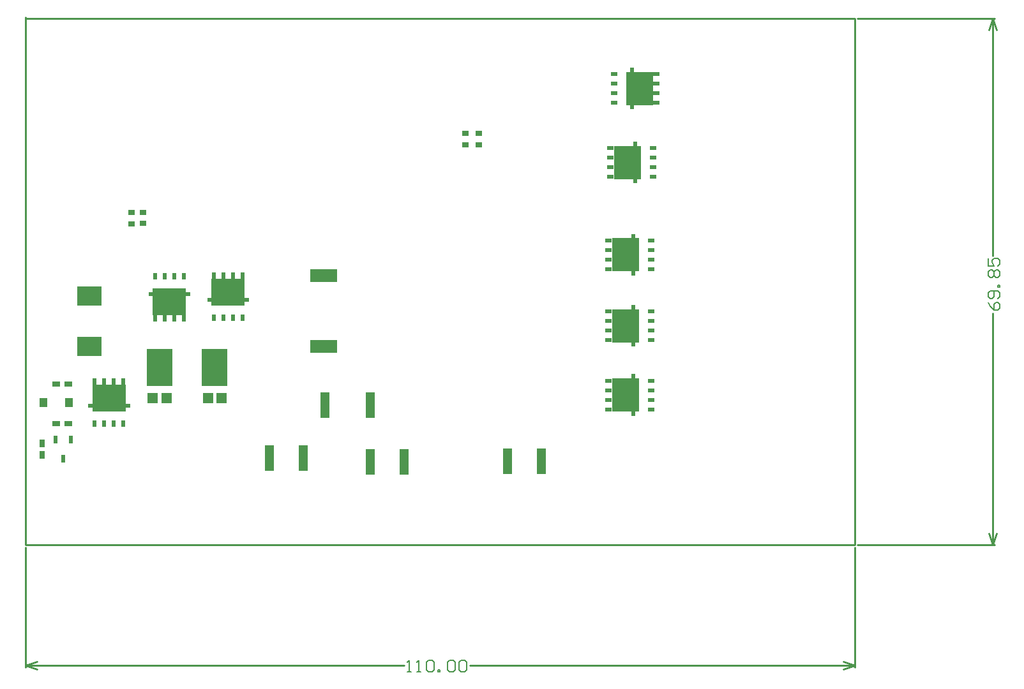
<source format=gbp>
%FSLAX25Y25*%
%MOIN*%
G70*
G01*
G75*
G04 Layer_Color=128*
%ADD10C,0.01000*%
%ADD11C,0.00800*%
%ADD12C,0.02000*%
%ADD13C,0.01500*%
%ADD14R,0.07874X0.09843*%
%ADD15R,0.03937X0.02362*%
%ADD16R,0.02756X0.03347*%
%ADD17R,0.03347X0.02756*%
%ADD18R,0.02362X0.03937*%
%ADD19R,0.09843X0.07874*%
%ADD20R,0.03150X0.03000*%
%ADD21R,0.01102X0.02618*%
%ADD22R,0.02618X0.01102*%
%ADD23R,0.08425X0.08425*%
%ADD24R,0.05118X0.03937*%
%ADD25R,0.07087X0.03937*%
%ADD26R,0.13780X0.04724*%
%ADD27R,0.10630X0.03937*%
%ADD28C,0.04000*%
%ADD29R,0.10400X0.19500*%
%ADD30R,0.29800X0.09500*%
%ADD31R,0.09700X0.12600*%
%ADD32R,0.21700X0.08200*%
%ADD33R,0.14400X0.15700*%
%ADD34R,0.31850X0.07800*%
%ADD35R,0.22100X0.07800*%
%ADD36R,0.09250X0.32500*%
%ADD37R,0.35100X0.09500*%
%ADD38R,0.13950X0.24700*%
%ADD39R,0.15400X0.30700*%
%ADD40R,0.11100X0.37200*%
%ADD41R,0.43600X0.19500*%
%ADD42R,0.55200X0.21700*%
%ADD43R,0.28700X0.30200*%
%ADD44R,0.23100X0.37800*%
%ADD45R,0.46700X0.47800*%
%ADD46R,0.48000X1.67000*%
%ADD47R,0.40000X0.63500*%
%ADD48R,2.47000X0.34000*%
%ADD49R,0.27000X0.39600*%
%ADD50R,0.32000X0.43000*%
%ADD51R,0.28000X0.46000*%
%ADD52C,0.00600*%
%ADD53C,0.05906*%
%ADD54R,0.05906X0.05906*%
%ADD55R,0.04724X0.06299*%
%ADD56O,0.04724X0.06299*%
%ADD57C,0.23622*%
%ADD58R,0.05906X0.05906*%
%ADD59C,0.19685*%
%ADD60C,0.03000*%
%ADD61C,0.02000*%
%ADD62C,0.05500*%
%ADD63R,0.03000X0.04000*%
%ADD64R,0.04000X0.03000*%
%ADD65R,0.04331X0.04724*%
%ADD66R,0.12992X0.09843*%
%ADD67R,0.03543X0.02126*%
%ADD68R,0.01969X0.06299*%
%ADD69R,0.14410X0.07874*%
%ADD70R,0.14410X0.09843*%
%ADD71R,0.05118X0.13780*%
%ADD72R,0.04724X0.13780*%
%ADD73R,0.13386X0.19291*%
%ADD74R,0.05512X0.05512*%
%ADD75R,0.09843X0.14410*%
%ADD76R,0.07874X0.14410*%
%ADD77R,0.06299X0.01969*%
%ADD78R,0.02126X0.03543*%
%ADD79R,0.14016X0.07008*%
%ADD80R,0.23900X0.07400*%
%ADD81R,0.06600X0.29900*%
%ADD82R,0.31161X0.10375*%
%ADD83R,0.10100X0.35200*%
%ADD84R,0.32275X0.09409*%
%ADD85R,0.13400X0.33200*%
%ADD86R,0.09200X0.34200*%
%ADD87R,0.31475X0.09309*%
%ADD88R,0.36300X0.11700*%
%ADD89R,0.07800X0.28400*%
%ADD90R,0.34500X0.09900*%
%ADD91R,0.06800X0.25700*%
%ADD92R,0.33050X0.09400*%
%ADD93R,0.08800X0.24200*%
%ADD94R,0.35000X0.11700*%
%ADD95R,0.13000X0.24000*%
%ADD96R,0.32000X2.10000*%
%ADD97R,0.15000X0.04000*%
%ADD98R,0.15000X0.03000*%
%ADD99R,0.65000X0.49000*%
%ADD100R,0.10000X0.48000*%
%ADD101R,0.85000X0.08000*%
%ADD102R,0.38000X0.18000*%
%ADD103R,0.16000X0.49000*%
%ADD104R,0.32000X0.47000*%
%ADD105R,0.03000X0.08000*%
%ADD106C,0.00500*%
%ADD107C,0.00591*%
%ADD108C,0.00787*%
%ADD109R,0.11900X0.28100*%
%ADD110R,0.28600X0.18100*%
%ADD111R,0.25200X0.35000*%
%ADD112R,0.07300X0.32200*%
%ADD113R,0.36300X0.15600*%
%ADD114R,0.19800X0.35200*%
%ADD115R,0.64900X0.18900*%
%ADD116R,0.13100X1.63900*%
%ADD117R,2.36600X0.30300*%
%ADD118R,0.14400X1.76600*%
%ADD119R,0.08674X0.10642*%
%ADD120R,0.04737X0.03162*%
%ADD121R,0.03556X0.04147*%
%ADD122R,0.04147X0.03556*%
%ADD123R,0.03162X0.04737*%
%ADD124R,0.10642X0.08674*%
%ADD125R,0.03950X0.03800*%
%ADD126R,0.01902X0.03418*%
%ADD127R,0.03418X0.01902*%
%ADD128R,0.09225X0.09225*%
%ADD129R,0.05918X0.04737*%
%ADD130R,0.07887X0.04737*%
%ADD131R,0.14579X0.05524*%
%ADD132R,0.11430X0.04737*%
%ADD133C,0.06706*%
%ADD134R,0.06706X0.06706*%
%ADD135R,0.05524X0.07099*%
%ADD136O,0.05524X0.07099*%
%ADD137C,0.24422*%
%ADD138R,0.06706X0.06706*%
%ADD139C,0.20485*%
%ADD140R,0.03800X0.04800*%
%ADD141R,0.04800X0.03800*%
%ADD142R,0.05131X0.05524*%
%ADD143R,0.13792X0.10642*%
%ADD144R,0.04343X0.02926*%
%ADD145R,0.02769X0.07099*%
%ADD146R,0.15210X0.08674*%
%ADD147R,0.15210X0.10642*%
%ADD148R,0.05918X0.14579*%
%ADD149R,0.05524X0.14579*%
%ADD150R,0.14186X0.20091*%
%ADD151R,0.06312X0.06312*%
%ADD152R,0.10642X0.15210*%
%ADD153R,0.08674X0.15210*%
%ADD154R,0.07099X0.02769*%
%ADD155R,0.02926X0.04343*%
%ADD156R,0.14816X0.07808*%
D10*
X433071Y-64000D02*
Y-1500D01*
X0Y-64000D02*
Y-1500D01*
X232030Y-63000D02*
X433071D01*
X0D02*
X197840D01*
X427071Y-61000D02*
X433071Y-63000D01*
X427071Y-65000D02*
X433071Y-63000D01*
X0D02*
X6000Y-65000D01*
X0Y-63000D02*
X6000Y-61000D01*
X434571Y0D02*
X506000D01*
X434571Y275000D02*
X506000D01*
X505000Y0D02*
Y120804D01*
Y150996D02*
Y275000D01*
Y0D02*
X507000Y6000D01*
X503000D02*
X505000Y0D01*
X503000Y269000D02*
X505000Y275000D01*
X507000Y269000D01*
X433071Y0D02*
Y275000D01*
X0Y0D02*
X433071D01*
X0Y275000D02*
X433071D01*
X0Y0D02*
Y275590D01*
D17*
X55565Y173561D02*
D03*
Y167656D02*
D03*
X61500Y167694D02*
D03*
Y173600D02*
D03*
X229600Y208900D02*
D03*
Y214806D02*
D03*
X236700Y214700D02*
D03*
Y208794D02*
D03*
D18*
X15800Y54700D02*
D03*
X19737Y44857D02*
D03*
X23674Y54700D02*
D03*
D52*
X199441Y-66599D02*
X201440D01*
X200440D01*
Y-60601D01*
X199441Y-61601D01*
X204439Y-66599D02*
X206438D01*
X205438D01*
Y-60601D01*
X204439Y-61601D01*
X209437D02*
X210437Y-60601D01*
X212436D01*
X213436Y-61601D01*
Y-65599D01*
X212436Y-66599D01*
X210437D01*
X209437Y-65599D01*
Y-61601D01*
X215435Y-66599D02*
Y-65599D01*
X216435D01*
Y-66599D01*
X215435D01*
X220434Y-61601D02*
X221433Y-60601D01*
X223433D01*
X224432Y-61601D01*
Y-65599D01*
X223433Y-66599D01*
X221433D01*
X220434Y-65599D01*
Y-61601D01*
X226432D02*
X227431Y-60601D01*
X229431D01*
X230430Y-61601D01*
Y-65599D01*
X229431Y-66599D01*
X227431D01*
X226432Y-65599D01*
Y-61601D01*
X502601Y126403D02*
X503601Y124404D01*
X505600Y122404D01*
X507599D01*
X508599Y123404D01*
Y125403D01*
X507599Y126403D01*
X506600D01*
X505600Y125403D01*
Y122404D01*
X507599Y128402D02*
X508599Y129402D01*
Y131401D01*
X507599Y132401D01*
X503601D01*
X502601Y131401D01*
Y129402D01*
X503601Y128402D01*
X504600D01*
X505600Y129402D01*
Y132401D01*
X508599Y134400D02*
X507599D01*
Y135400D01*
X508599D01*
Y134400D01*
X503601Y139399D02*
X502601Y140399D01*
Y142398D01*
X503601Y143398D01*
X504600D01*
X505600Y142398D01*
X506600Y143398D01*
X507599D01*
X508599Y142398D01*
Y140399D01*
X507599Y139399D01*
X506600D01*
X505600Y140399D01*
X504600Y139399D01*
X503601D01*
X505600Y140399D02*
Y142398D01*
X502601Y149396D02*
Y145397D01*
X505600D01*
X504600Y147396D01*
Y148396D01*
X505600Y149396D01*
X507599D01*
X508599Y148396D01*
Y146397D01*
X507599Y145397D01*
D63*
X8600Y52998D02*
D03*
Y46802D02*
D03*
D64*
X16102Y63100D02*
D03*
X22298D02*
D03*
Y84000D02*
D03*
X16102D02*
D03*
D65*
X9300Y74200D02*
D03*
X22627D02*
D03*
D66*
X33500Y103425D02*
D03*
Y130000D02*
D03*
D67*
X304572Y75662D02*
D03*
Y85662D02*
D03*
X326609D02*
D03*
X304572Y70662D02*
D03*
X326609Y75662D02*
D03*
Y70662D02*
D03*
X304572Y80662D02*
D03*
X326609D02*
D03*
X304572Y111802D02*
D03*
Y121802D02*
D03*
X326609D02*
D03*
X304572Y106802D02*
D03*
X326609Y111802D02*
D03*
Y106802D02*
D03*
X304572Y116803D02*
D03*
X326609D02*
D03*
X304572Y148943D02*
D03*
Y158943D02*
D03*
X326609D02*
D03*
X304572Y143943D02*
D03*
X326609Y148943D02*
D03*
Y143943D02*
D03*
X304572Y153943D02*
D03*
X326609D02*
D03*
X305572Y197083D02*
D03*
Y207083D02*
D03*
X327609D02*
D03*
X305572Y192083D02*
D03*
X327609Y197083D02*
D03*
Y192083D02*
D03*
X305572Y202083D02*
D03*
X327609D02*
D03*
X329578Y240738D02*
D03*
Y230738D02*
D03*
X307540D02*
D03*
X329578Y245738D02*
D03*
X307540Y240738D02*
D03*
Y245738D02*
D03*
X329578Y235738D02*
D03*
X307540D02*
D03*
D68*
X317357Y86036D02*
D03*
Y70288D02*
D03*
Y122177D02*
D03*
Y106429D02*
D03*
Y159317D02*
D03*
Y143569D02*
D03*
X318357Y207457D02*
D03*
Y191709D02*
D03*
X316792Y230364D02*
D03*
Y246112D02*
D03*
D69*
X313322Y82784D02*
D03*
Y118924D02*
D03*
Y156064D02*
D03*
X314322Y204205D02*
D03*
X320828Y233616D02*
D03*
D70*
X313322Y74541D02*
D03*
Y110681D02*
D03*
Y147822D02*
D03*
X314322Y195962D02*
D03*
X320828Y241859D02*
D03*
D71*
X269500Y43500D02*
D03*
X251783D02*
D03*
X197800Y43300D02*
D03*
X180084D02*
D03*
X127500Y45200D02*
D03*
X145217D02*
D03*
D72*
X156500Y72900D02*
D03*
X180122D02*
D03*
D73*
X98900Y92600D02*
D03*
X70100Y92400D02*
D03*
D74*
X95278Y76600D02*
D03*
X102522D02*
D03*
X73722Y76400D02*
D03*
X66478D02*
D03*
D75*
X78759Y126972D02*
D03*
X102241Y131728D02*
D03*
X40141Y76528D02*
D03*
D76*
X70517Y126972D02*
D03*
X110483Y131728D02*
D03*
X48383Y76528D02*
D03*
D77*
X83012Y131008D02*
D03*
X67264D02*
D03*
X97988Y127692D02*
D03*
X113736D02*
D03*
X51636Y72492D02*
D03*
X35888D02*
D03*
D78*
X72638Y140260D02*
D03*
Y118222D02*
D03*
X82638Y140260D02*
D03*
X77638D02*
D03*
X82638Y118222D02*
D03*
X67638Y140260D02*
D03*
Y118222D02*
D03*
X77638D02*
D03*
X108362Y118440D02*
D03*
Y140478D02*
D03*
X98362Y118440D02*
D03*
X103362D02*
D03*
X98362Y140478D02*
D03*
X113362Y118440D02*
D03*
Y140478D02*
D03*
X103362D02*
D03*
X41262Y85278D02*
D03*
X51262D02*
D03*
Y63240D02*
D03*
X36262Y85278D02*
D03*
X41262Y63240D02*
D03*
X36262D02*
D03*
X46262Y85278D02*
D03*
Y63240D02*
D03*
D79*
X155600Y140500D02*
D03*
Y103492D02*
D03*
M02*

</source>
